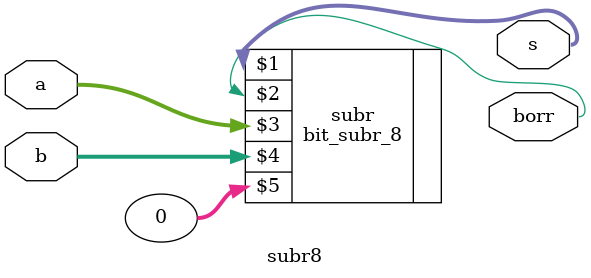
<source format=v>
`timescale 1ns / 1ps


module subr8(s, borr, a, b);
    input [7:0] a, b;
    output [7:0] s;
    output borr;
    
    parameter bin = 0;
    
    bit_subr_8 subr(s, borr, a, b, bin);
    
endmodule

</source>
